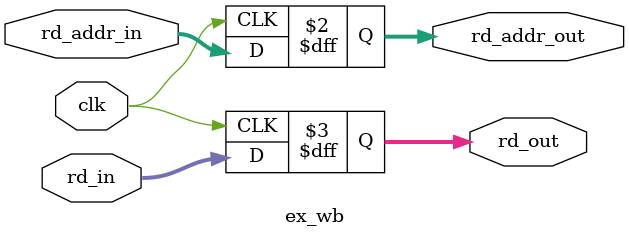
<source format=sv>
module ex_wb(
    input [4:0] rd_addr_in,
    input [31:0] rd_in,


    output logic [4:0] rd_addr_out,
    output logic [31:0] rd_out,


    input clk
);

always @(posedge clk) begin
    rd_addr_out <= rd_addr_in;
    rd_out <= rd_in;
end

endmodule
</source>
